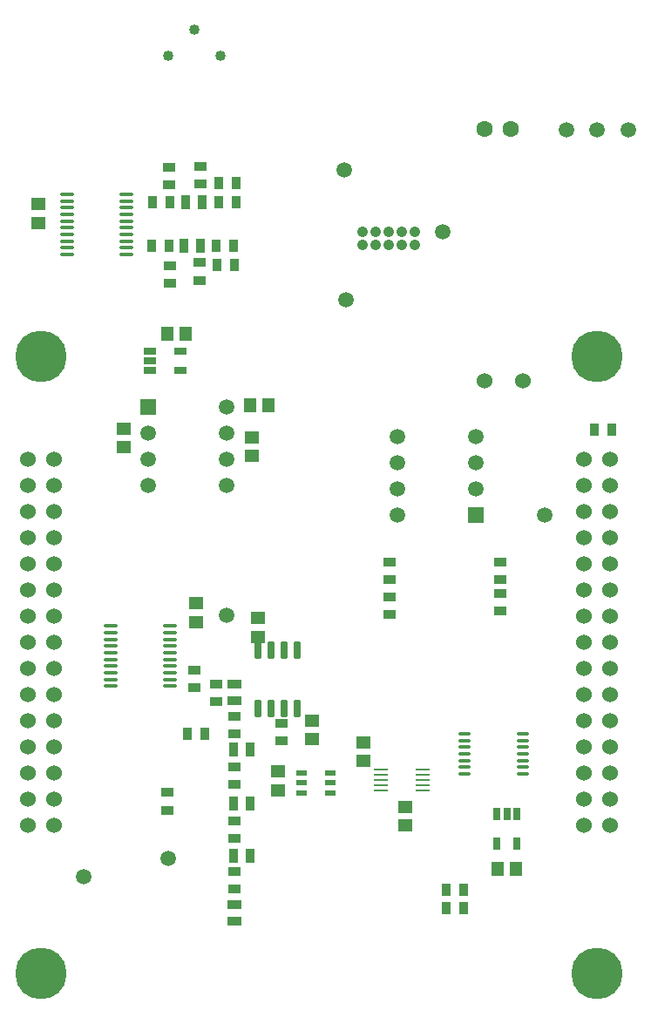
<source format=gbr>
G04 Layer_Color=255*
%FSLAX26Y26*%
%MOIN*%
%TF.FileFunction,Pads,Top*%
%TF.Part,Single*%
G01*
G75*
%TA.AperFunction,SMDPad,CuDef*%
%ADD10R,0.051181X0.033465*%
%ADD11R,0.033465X0.051181*%
%ADD12R,0.057087X0.045276*%
%ADD13O,0.055118X0.013780*%
%ADD14R,0.053150X0.037402*%
%ADD15R,0.037402X0.053150*%
%ADD16R,0.039370X0.023622*%
%ADD17R,0.045276X0.057087*%
G04:AMPARAMS|DCode=18|XSize=25.591mil|YSize=47.244mil|CornerRadius=1.919mil|HoleSize=0mil|Usage=FLASHONLY|Rotation=90.000|XOffset=0mil|YOffset=0mil|HoleType=Round|Shape=RoundedRectangle|*
%AMROUNDEDRECTD18*
21,1,0.025591,0.043406,0,0,90.0*
21,1,0.021752,0.047244,0,0,90.0*
1,1,0.003839,0.021703,0.010876*
1,1,0.003839,0.021703,-0.010876*
1,1,0.003839,-0.021703,-0.010876*
1,1,0.003839,-0.021703,0.010876*
%
%ADD18ROUNDEDRECTD18*%
%ADD19O,0.057087X0.009842*%
%ADD20O,0.049213X0.013780*%
G04:AMPARAMS|DCode=21|XSize=25.591mil|YSize=64.961mil|CornerRadius=1.919mil|HoleSize=0mil|Usage=FLASHONLY|Rotation=180.000|XOffset=0mil|YOffset=0mil|HoleType=Round|Shape=RoundedRectangle|*
%AMROUNDEDRECTD21*
21,1,0.025591,0.061122,0,0,180.0*
21,1,0.021752,0.064961,0,0,180.0*
1,1,0.003839,-0.010876,0.030561*
1,1,0.003839,0.010876,0.030561*
1,1,0.003839,0.010876,-0.030561*
1,1,0.003839,-0.010876,-0.030561*
%
%ADD21ROUNDEDRECTD21*%
G04:AMPARAMS|DCode=22|XSize=25.591mil|YSize=47.244mil|CornerRadius=1.919mil|HoleSize=0mil|Usage=FLASHONLY|Rotation=0.000|XOffset=0mil|YOffset=0mil|HoleType=Round|Shape=RoundedRectangle|*
%AMROUNDEDRECTD22*
21,1,0.025591,0.043406,0,0,0.0*
21,1,0.021752,0.047244,0,0,0.0*
1,1,0.003839,0.010876,-0.021703*
1,1,0.003839,-0.010876,-0.021703*
1,1,0.003839,-0.010876,0.021703*
1,1,0.003839,0.010876,0.021703*
%
%ADD22ROUNDEDRECTD22*%
%TA.AperFunction,ComponentPad*%
%ADD25R,0.059055X0.059055*%
%ADD26C,0.059055*%
%ADD27C,0.042000*%
%TA.AperFunction,ViaPad*%
%ADD28C,0.196850*%
%TA.AperFunction,ComponentPad*%
%ADD29C,0.040000*%
%ADD30C,0.060000*%
%ADD31C,0.062992*%
D10*
X-590000Y-2293464D02*
D03*
Y-2226536D02*
D03*
Y-2088464D02*
D03*
Y-2021536D02*
D03*
Y-2488464D02*
D03*
Y-2421536D02*
D03*
X-408416Y-1920780D02*
D03*
Y-1853852D02*
D03*
X-846534Y-2185986D02*
D03*
Y-2119058D02*
D03*
X-590000Y-1893464D02*
D03*
Y-1826536D02*
D03*
X-741999Y-1717464D02*
D03*
Y-1650534D02*
D03*
X-658416Y-1770780D02*
D03*
Y-1703852D02*
D03*
X-717000Y274464D02*
D03*
Y207536D02*
D03*
X-721000Y-159466D02*
D03*
Y-92538D02*
D03*
X-834000Y-104538D02*
D03*
Y-171466D02*
D03*
X-837000Y272464D02*
D03*
Y205536D02*
D03*
X4694Y-1236742D02*
D03*
Y-1303670D02*
D03*
X426694Y-1236742D02*
D03*
Y-1303670D02*
D03*
X429694Y-1358742D02*
D03*
Y-1425670D02*
D03*
X4694Y-1370742D02*
D03*
Y-1437670D02*
D03*
D11*
X853464Y-730000D02*
D03*
X786536D02*
D03*
X-649464Y139000D02*
D03*
X-582536D02*
D03*
X-649464Y214000D02*
D03*
X-582536D02*
D03*
X-657464Y-28000D02*
D03*
X-590536D02*
D03*
X220000Y-2492522D02*
D03*
X286928D02*
D03*
Y-2562522D02*
D03*
X220000D02*
D03*
X-701536Y-1895000D02*
D03*
X-768464D02*
D03*
X-836536Y139998D02*
D03*
X-903464D02*
D03*
X-904464Y-29018D02*
D03*
X-837536D02*
D03*
X-589536Y-101000D02*
D03*
X-656464D02*
D03*
D12*
X-1012000Y-798434D02*
D03*
Y-727568D02*
D03*
X-736001Y-1395567D02*
D03*
Y-1466433D02*
D03*
X-498416Y-1451882D02*
D03*
Y-1522748D02*
D03*
X-293416Y-1915546D02*
D03*
Y-1844678D02*
D03*
X-1338000Y131226D02*
D03*
Y60360D02*
D03*
X-522000Y-830434D02*
D03*
Y-759568D02*
D03*
X-423306Y-2038772D02*
D03*
Y-2109638D02*
D03*
X-96306Y-1925978D02*
D03*
Y-1996844D02*
D03*
X65002Y-2245434D02*
D03*
Y-2174568D02*
D03*
D13*
X-835116Y-1712364D02*
D03*
Y-1686772D02*
D03*
Y-1661182D02*
D03*
Y-1635592D02*
D03*
Y-1610002D02*
D03*
Y-1584410D02*
D03*
Y-1558820D02*
D03*
Y-1533230D02*
D03*
Y-1507638D02*
D03*
Y-1482048D02*
D03*
X-1061494Y-1712364D02*
D03*
Y-1686772D02*
D03*
Y-1661182D02*
D03*
Y-1635592D02*
D03*
Y-1610002D02*
D03*
Y-1584410D02*
D03*
Y-1558820D02*
D03*
Y-1533230D02*
D03*
Y-1507638D02*
D03*
Y-1482048D02*
D03*
X-1002788Y-60702D02*
D03*
Y-35112D02*
D03*
Y-9522D02*
D03*
Y16070D02*
D03*
Y41660D02*
D03*
Y67250D02*
D03*
Y92840D02*
D03*
Y118432D02*
D03*
Y144022D02*
D03*
Y169612D02*
D03*
X-1229166Y-60702D02*
D03*
Y-35112D02*
D03*
Y-9522D02*
D03*
Y16070D02*
D03*
Y41660D02*
D03*
Y67250D02*
D03*
Y92840D02*
D03*
Y118432D02*
D03*
Y144022D02*
D03*
Y169612D02*
D03*
D14*
X-590000Y-2611496D02*
D03*
Y-2548504D02*
D03*
X-588416Y-1705820D02*
D03*
Y-1768812D02*
D03*
D15*
X-528504Y-2360000D02*
D03*
X-591496D02*
D03*
X-528504Y-2160000D02*
D03*
X-591496D02*
D03*
X-528504Y-1955000D02*
D03*
X-591496D02*
D03*
X-717504Y-29000D02*
D03*
X-780496D02*
D03*
X-712504Y138002D02*
D03*
X-775496D02*
D03*
D16*
X-222574Y-2044522D02*
D03*
Y-2081922D02*
D03*
Y-2119324D02*
D03*
X-330842D02*
D03*
Y-2081922D02*
D03*
Y-2044522D02*
D03*
D17*
X-529432Y-639002D02*
D03*
X-458566D02*
D03*
X-775566Y-364002D02*
D03*
X-846432D02*
D03*
X418032Y-2412522D02*
D03*
X488898D02*
D03*
D18*
X-794928Y-430600D02*
D03*
Y-505404D02*
D03*
X-911070D02*
D03*
Y-468002D02*
D03*
Y-430600D02*
D03*
D19*
X-27574Y-2031804D02*
D03*
Y-2051490D02*
D03*
Y-2071174D02*
D03*
Y-2090860D02*
D03*
Y-2110544D02*
D03*
X131876Y-2031804D02*
D03*
Y-2051490D02*
D03*
Y-2071174D02*
D03*
Y-2090860D02*
D03*
Y-2110544D02*
D03*
D20*
X513646Y-2047474D02*
D03*
Y-2021882D02*
D03*
Y-1996292D02*
D03*
Y-1970702D02*
D03*
Y-1945112D02*
D03*
Y-1919520D02*
D03*
Y-1893930D02*
D03*
X291206Y-2047474D02*
D03*
Y-2021882D02*
D03*
Y-1996292D02*
D03*
Y-1970702D02*
D03*
Y-1945112D02*
D03*
Y-1919520D02*
D03*
Y-1893930D02*
D03*
D21*
X-498030Y-1797970D02*
D03*
X-448030D02*
D03*
X-398030D02*
D03*
X-348030D02*
D03*
X-498030Y-1575528D02*
D03*
X-448030D02*
D03*
X-398030D02*
D03*
X-348030D02*
D03*
D22*
X490866Y-2315594D02*
D03*
X416062D02*
D03*
Y-2199452D02*
D03*
X453464D02*
D03*
X490866D02*
D03*
D25*
X-919000Y-643002D02*
D03*
X335716Y-1057592D02*
D03*
D26*
X-919000Y-743002D02*
D03*
Y-843002D02*
D03*
Y-943002D02*
D03*
X-619000Y-643002D02*
D03*
Y-743002D02*
D03*
Y-843002D02*
D03*
Y-943002D02*
D03*
X335716Y-957592D02*
D03*
Y-857592D02*
D03*
Y-757592D02*
D03*
X35716Y-1057592D02*
D03*
Y-957592D02*
D03*
Y-857592D02*
D03*
Y-757592D02*
D03*
X-162000Y-235002D02*
D03*
X-618999Y-1440999D02*
D03*
X209000Y26998D02*
D03*
X-841536Y-2372522D02*
D03*
X916574Y415824D02*
D03*
X798464D02*
D03*
X680354D02*
D03*
X-1166536Y-2442522D02*
D03*
X-170000Y260998D02*
D03*
X598464Y-1057522D02*
D03*
D27*
X-100000Y-25000D02*
D03*
Y25000D02*
D03*
X-50000Y-25000D02*
D03*
Y25000D02*
D03*
X0Y-25000D02*
D03*
Y25000D02*
D03*
X50000Y-25000D02*
D03*
Y25000D02*
D03*
X100000Y-25000D02*
D03*
Y25000D02*
D03*
D28*
X798464Y-450316D02*
D03*
X-1327520D02*
D03*
X798464Y-2812522D02*
D03*
X-1327520D02*
D03*
D29*
X-741000Y798998D02*
D03*
X-641000Y698998D02*
D03*
X-841000D02*
D03*
D30*
X366536Y-543900D02*
D03*
X516142D02*
D03*
X-1277520Y-2244018D02*
D03*
Y-2144018D02*
D03*
Y-2044018D02*
D03*
Y-1944018D02*
D03*
Y-1844018D02*
D03*
Y-1744018D02*
D03*
Y-1644018D02*
D03*
Y-1544018D02*
D03*
Y-1444018D02*
D03*
Y-1344018D02*
D03*
Y-1244018D02*
D03*
Y-1144018D02*
D03*
Y-1044018D02*
D03*
Y-944018D02*
D03*
Y-844018D02*
D03*
X-1377520Y-2244018D02*
D03*
Y-2144018D02*
D03*
Y-2044018D02*
D03*
Y-1944018D02*
D03*
Y-1844018D02*
D03*
Y-1744018D02*
D03*
Y-1644018D02*
D03*
Y-1544018D02*
D03*
Y-1444018D02*
D03*
Y-1344018D02*
D03*
Y-1244018D02*
D03*
Y-1144018D02*
D03*
Y-1044018D02*
D03*
Y-944018D02*
D03*
Y-844018D02*
D03*
X748464D02*
D03*
Y-944018D02*
D03*
Y-1044018D02*
D03*
Y-1144018D02*
D03*
Y-1244018D02*
D03*
Y-1344018D02*
D03*
Y-1444018D02*
D03*
Y-1544018D02*
D03*
Y-1644018D02*
D03*
Y-1744018D02*
D03*
Y-1844018D02*
D03*
Y-1944018D02*
D03*
Y-2044018D02*
D03*
Y-2144018D02*
D03*
Y-2244018D02*
D03*
X848464Y-844018D02*
D03*
Y-944018D02*
D03*
Y-1044018D02*
D03*
Y-1144018D02*
D03*
Y-1244018D02*
D03*
Y-1344018D02*
D03*
Y-1444018D02*
D03*
Y-1544018D02*
D03*
Y-1644018D02*
D03*
Y-1744018D02*
D03*
Y-1844018D02*
D03*
Y-1944018D02*
D03*
Y-2044018D02*
D03*
Y-2144018D02*
D03*
Y-2244018D02*
D03*
D31*
X367000Y419998D02*
D03*
X467000D02*
D03*
%TF.MD5,615636df2f003e0c71ef4d8fe40c2c56*%
M02*

</source>
